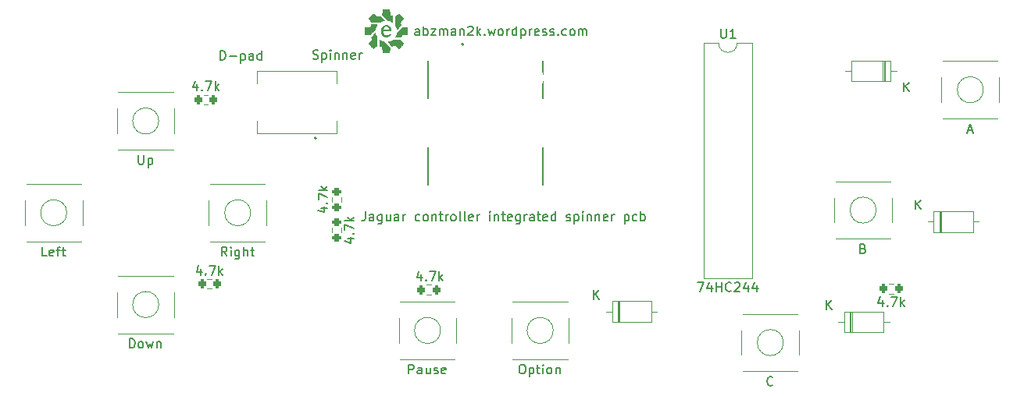
<source format=gto>
%TF.GenerationSoftware,KiCad,Pcbnew,(6.0.0)*%
%TF.CreationDate,2022-03-13T17:57:59-04:00*%
%TF.ProjectId,jaguar spinner integrated pcb,6a616775-6172-4207-9370-696e6e657220,rev?*%
%TF.SameCoordinates,Original*%
%TF.FileFunction,Legend,Top*%
%TF.FilePolarity,Positive*%
%FSLAX46Y46*%
G04 Gerber Fmt 4.6, Leading zero omitted, Abs format (unit mm)*
G04 Created by KiCad (PCBNEW (6.0.0)) date 2022-03-13 17:57:59*
%MOMM*%
%LPD*%
G01*
G04 APERTURE LIST*
G04 Aperture macros list*
%AMRoundRect*
0 Rectangle with rounded corners*
0 $1 Rounding radius*
0 $2 $3 $4 $5 $6 $7 $8 $9 X,Y pos of 4 corners*
0 Add a 4 corners polygon primitive as box body*
4,1,4,$2,$3,$4,$5,$6,$7,$8,$9,$2,$3,0*
0 Add four circle primitives for the rounded corners*
1,1,$1+$1,$2,$3*
1,1,$1+$1,$4,$5*
1,1,$1+$1,$6,$7*
1,1,$1+$1,$8,$9*
0 Add four rect primitives between the rounded corners*
20,1,$1+$1,$2,$3,$4,$5,0*
20,1,$1+$1,$4,$5,$6,$7,0*
20,1,$1+$1,$6,$7,$8,$9,0*
20,1,$1+$1,$8,$9,$2,$3,0*%
G04 Aperture macros list end*
%ADD10C,0.150000*%
%ADD11C,0.120000*%
%ADD12C,0.200000*%
%ADD13C,0.100000*%
%ADD14C,1.700000*%
%ADD15C,3.200000*%
%ADD16R,1.600000X1.600000*%
%ADD17O,1.600000X1.600000*%
%ADD18RoundRect,0.200000X-0.200000X-0.275000X0.200000X-0.275000X0.200000X0.275000X-0.200000X0.275000X0*%
%ADD19C,1.650000*%
%ADD20C,4.800000*%
%ADD21RoundRect,0.200000X0.200000X0.275000X-0.200000X0.275000X-0.200000X-0.275000X0.200000X-0.275000X0*%
%ADD22RoundRect,0.200000X-0.275000X0.200000X-0.275000X-0.200000X0.275000X-0.200000X0.275000X0.200000X0*%
%ADD23RoundRect,0.200000X0.275000X-0.200000X0.275000X0.200000X-0.275000X0.200000X-0.275000X-0.200000X0*%
%ADD24C,1.300000*%
%ADD25C,2.250000*%
%ADD26R,1.700000X1.700000*%
%ADD27O,1.700000X1.700000*%
G04 APERTURE END LIST*
D10*
X122242600Y-128570580D02*
X122242600Y-129284866D01*
X122194980Y-129427723D01*
X122099742Y-129522961D01*
X121956885Y-129570580D01*
X121861647Y-129570580D01*
X123147361Y-129570580D02*
X123147361Y-129046771D01*
X123099742Y-128951533D01*
X123004504Y-128903914D01*
X122814028Y-128903914D01*
X122718790Y-128951533D01*
X123147361Y-129522961D02*
X123052123Y-129570580D01*
X122814028Y-129570580D01*
X122718790Y-129522961D01*
X122671171Y-129427723D01*
X122671171Y-129332485D01*
X122718790Y-129237247D01*
X122814028Y-129189628D01*
X123052123Y-129189628D01*
X123147361Y-129142009D01*
X124052123Y-128903914D02*
X124052123Y-129713438D01*
X124004504Y-129808676D01*
X123956885Y-129856295D01*
X123861647Y-129903914D01*
X123718790Y-129903914D01*
X123623552Y-129856295D01*
X124052123Y-129522961D02*
X123956885Y-129570580D01*
X123766409Y-129570580D01*
X123671171Y-129522961D01*
X123623552Y-129475342D01*
X123575933Y-129380104D01*
X123575933Y-129094390D01*
X123623552Y-128999152D01*
X123671171Y-128951533D01*
X123766409Y-128903914D01*
X123956885Y-128903914D01*
X124052123Y-128951533D01*
X124956885Y-128903914D02*
X124956885Y-129570580D01*
X124528314Y-128903914D02*
X124528314Y-129427723D01*
X124575933Y-129522961D01*
X124671171Y-129570580D01*
X124814028Y-129570580D01*
X124909266Y-129522961D01*
X124956885Y-129475342D01*
X125861647Y-129570580D02*
X125861647Y-129046771D01*
X125814028Y-128951533D01*
X125718790Y-128903914D01*
X125528314Y-128903914D01*
X125433076Y-128951533D01*
X125861647Y-129522961D02*
X125766409Y-129570580D01*
X125528314Y-129570580D01*
X125433076Y-129522961D01*
X125385457Y-129427723D01*
X125385457Y-129332485D01*
X125433076Y-129237247D01*
X125528314Y-129189628D01*
X125766409Y-129189628D01*
X125861647Y-129142009D01*
X126337838Y-129570580D02*
X126337838Y-128903914D01*
X126337838Y-129094390D02*
X126385457Y-128999152D01*
X126433076Y-128951533D01*
X126528314Y-128903914D01*
X126623552Y-128903914D01*
X128147361Y-129522961D02*
X128052123Y-129570580D01*
X127861647Y-129570580D01*
X127766409Y-129522961D01*
X127718790Y-129475342D01*
X127671171Y-129380104D01*
X127671171Y-129094390D01*
X127718790Y-128999152D01*
X127766409Y-128951533D01*
X127861647Y-128903914D01*
X128052123Y-128903914D01*
X128147361Y-128951533D01*
X128718790Y-129570580D02*
X128623552Y-129522961D01*
X128575933Y-129475342D01*
X128528314Y-129380104D01*
X128528314Y-129094390D01*
X128575933Y-128999152D01*
X128623552Y-128951533D01*
X128718790Y-128903914D01*
X128861647Y-128903914D01*
X128956885Y-128951533D01*
X129004504Y-128999152D01*
X129052123Y-129094390D01*
X129052123Y-129380104D01*
X129004504Y-129475342D01*
X128956885Y-129522961D01*
X128861647Y-129570580D01*
X128718790Y-129570580D01*
X129480695Y-128903914D02*
X129480695Y-129570580D01*
X129480695Y-128999152D02*
X129528314Y-128951533D01*
X129623552Y-128903914D01*
X129766409Y-128903914D01*
X129861647Y-128951533D01*
X129909266Y-129046771D01*
X129909266Y-129570580D01*
X130242600Y-128903914D02*
X130623552Y-128903914D01*
X130385457Y-128570580D02*
X130385457Y-129427723D01*
X130433076Y-129522961D01*
X130528314Y-129570580D01*
X130623552Y-129570580D01*
X130956885Y-129570580D02*
X130956885Y-128903914D01*
X130956885Y-129094390D02*
X131004504Y-128999152D01*
X131052123Y-128951533D01*
X131147361Y-128903914D01*
X131242600Y-128903914D01*
X131718790Y-129570580D02*
X131623552Y-129522961D01*
X131575933Y-129475342D01*
X131528314Y-129380104D01*
X131528314Y-129094390D01*
X131575933Y-128999152D01*
X131623552Y-128951533D01*
X131718790Y-128903914D01*
X131861647Y-128903914D01*
X131956885Y-128951533D01*
X132004504Y-128999152D01*
X132052123Y-129094390D01*
X132052123Y-129380104D01*
X132004504Y-129475342D01*
X131956885Y-129522961D01*
X131861647Y-129570580D01*
X131718790Y-129570580D01*
X132623552Y-129570580D02*
X132528314Y-129522961D01*
X132480695Y-129427723D01*
X132480695Y-128570580D01*
X133147361Y-129570580D02*
X133052123Y-129522961D01*
X133004504Y-129427723D01*
X133004504Y-128570580D01*
X133909266Y-129522961D02*
X133814028Y-129570580D01*
X133623552Y-129570580D01*
X133528314Y-129522961D01*
X133480695Y-129427723D01*
X133480695Y-129046771D01*
X133528314Y-128951533D01*
X133623552Y-128903914D01*
X133814028Y-128903914D01*
X133909266Y-128951533D01*
X133956885Y-129046771D01*
X133956885Y-129142009D01*
X133480695Y-129237247D01*
X134385457Y-129570580D02*
X134385457Y-128903914D01*
X134385457Y-129094390D02*
X134433076Y-128999152D01*
X134480695Y-128951533D01*
X134575933Y-128903914D01*
X134671171Y-128903914D01*
X135766409Y-129570580D02*
X135766409Y-128903914D01*
X135766409Y-128570580D02*
X135718790Y-128618200D01*
X135766409Y-128665819D01*
X135814028Y-128618200D01*
X135766409Y-128570580D01*
X135766409Y-128665819D01*
X136242600Y-128903914D02*
X136242600Y-129570580D01*
X136242600Y-128999152D02*
X136290219Y-128951533D01*
X136385457Y-128903914D01*
X136528314Y-128903914D01*
X136623552Y-128951533D01*
X136671171Y-129046771D01*
X136671171Y-129570580D01*
X137004504Y-128903914D02*
X137385457Y-128903914D01*
X137147361Y-128570580D02*
X137147361Y-129427723D01*
X137194980Y-129522961D01*
X137290219Y-129570580D01*
X137385457Y-129570580D01*
X138099742Y-129522961D02*
X138004504Y-129570580D01*
X137814028Y-129570580D01*
X137718790Y-129522961D01*
X137671171Y-129427723D01*
X137671171Y-129046771D01*
X137718790Y-128951533D01*
X137814028Y-128903914D01*
X138004504Y-128903914D01*
X138099742Y-128951533D01*
X138147361Y-129046771D01*
X138147361Y-129142009D01*
X137671171Y-129237247D01*
X139004504Y-128903914D02*
X139004504Y-129713438D01*
X138956885Y-129808676D01*
X138909266Y-129856295D01*
X138814028Y-129903914D01*
X138671171Y-129903914D01*
X138575933Y-129856295D01*
X139004504Y-129522961D02*
X138909266Y-129570580D01*
X138718790Y-129570580D01*
X138623552Y-129522961D01*
X138575933Y-129475342D01*
X138528314Y-129380104D01*
X138528314Y-129094390D01*
X138575933Y-128999152D01*
X138623552Y-128951533D01*
X138718790Y-128903914D01*
X138909266Y-128903914D01*
X139004504Y-128951533D01*
X139480695Y-129570580D02*
X139480695Y-128903914D01*
X139480695Y-129094390D02*
X139528314Y-128999152D01*
X139575933Y-128951533D01*
X139671171Y-128903914D01*
X139766409Y-128903914D01*
X140528314Y-129570580D02*
X140528314Y-129046771D01*
X140480695Y-128951533D01*
X140385457Y-128903914D01*
X140194980Y-128903914D01*
X140099742Y-128951533D01*
X140528314Y-129522961D02*
X140433076Y-129570580D01*
X140194980Y-129570580D01*
X140099742Y-129522961D01*
X140052123Y-129427723D01*
X140052123Y-129332485D01*
X140099742Y-129237247D01*
X140194980Y-129189628D01*
X140433076Y-129189628D01*
X140528314Y-129142009D01*
X140861647Y-128903914D02*
X141242600Y-128903914D01*
X141004504Y-128570580D02*
X141004504Y-129427723D01*
X141052123Y-129522961D01*
X141147361Y-129570580D01*
X141242600Y-129570580D01*
X141956885Y-129522961D02*
X141861647Y-129570580D01*
X141671171Y-129570580D01*
X141575933Y-129522961D01*
X141528314Y-129427723D01*
X141528314Y-129046771D01*
X141575933Y-128951533D01*
X141671171Y-128903914D01*
X141861647Y-128903914D01*
X141956885Y-128951533D01*
X142004504Y-129046771D01*
X142004504Y-129142009D01*
X141528314Y-129237247D01*
X142861647Y-129570580D02*
X142861647Y-128570580D01*
X142861647Y-129522961D02*
X142766409Y-129570580D01*
X142575933Y-129570580D01*
X142480695Y-129522961D01*
X142433076Y-129475342D01*
X142385457Y-129380104D01*
X142385457Y-129094390D01*
X142433076Y-128999152D01*
X142480695Y-128951533D01*
X142575933Y-128903914D01*
X142766409Y-128903914D01*
X142861647Y-128951533D01*
X144052123Y-129522961D02*
X144147361Y-129570580D01*
X144337838Y-129570580D01*
X144433076Y-129522961D01*
X144480695Y-129427723D01*
X144480695Y-129380104D01*
X144433076Y-129284866D01*
X144337838Y-129237247D01*
X144194980Y-129237247D01*
X144099742Y-129189628D01*
X144052123Y-129094390D01*
X144052123Y-129046771D01*
X144099742Y-128951533D01*
X144194980Y-128903914D01*
X144337838Y-128903914D01*
X144433076Y-128951533D01*
X144909266Y-128903914D02*
X144909266Y-129903914D01*
X144909266Y-128951533D02*
X145004504Y-128903914D01*
X145194980Y-128903914D01*
X145290219Y-128951533D01*
X145337838Y-128999152D01*
X145385457Y-129094390D01*
X145385457Y-129380104D01*
X145337838Y-129475342D01*
X145290219Y-129522961D01*
X145194980Y-129570580D01*
X145004504Y-129570580D01*
X144909266Y-129522961D01*
X145814028Y-129570580D02*
X145814028Y-128903914D01*
X145814028Y-128570580D02*
X145766409Y-128618200D01*
X145814028Y-128665819D01*
X145861647Y-128618200D01*
X145814028Y-128570580D01*
X145814028Y-128665819D01*
X146290219Y-128903914D02*
X146290219Y-129570580D01*
X146290219Y-128999152D02*
X146337838Y-128951533D01*
X146433076Y-128903914D01*
X146575933Y-128903914D01*
X146671171Y-128951533D01*
X146718790Y-129046771D01*
X146718790Y-129570580D01*
X147194980Y-128903914D02*
X147194980Y-129570580D01*
X147194980Y-128999152D02*
X147242600Y-128951533D01*
X147337838Y-128903914D01*
X147480695Y-128903914D01*
X147575933Y-128951533D01*
X147623552Y-129046771D01*
X147623552Y-129570580D01*
X148480695Y-129522961D02*
X148385457Y-129570580D01*
X148194980Y-129570580D01*
X148099742Y-129522961D01*
X148052123Y-129427723D01*
X148052123Y-129046771D01*
X148099742Y-128951533D01*
X148194980Y-128903914D01*
X148385457Y-128903914D01*
X148480695Y-128951533D01*
X148528314Y-129046771D01*
X148528314Y-129142009D01*
X148052123Y-129237247D01*
X148956885Y-129570580D02*
X148956885Y-128903914D01*
X148956885Y-129094390D02*
X149004504Y-128999152D01*
X149052123Y-128951533D01*
X149147361Y-128903914D01*
X149242600Y-128903914D01*
X150337838Y-128903914D02*
X150337838Y-129903914D01*
X150337838Y-128951533D02*
X150433076Y-128903914D01*
X150623552Y-128903914D01*
X150718790Y-128951533D01*
X150766409Y-128999152D01*
X150814028Y-129094390D01*
X150814028Y-129380104D01*
X150766409Y-129475342D01*
X150718790Y-129522961D01*
X150623552Y-129570580D01*
X150433076Y-129570580D01*
X150337838Y-129522961D01*
X151671171Y-129522961D02*
X151575933Y-129570580D01*
X151385457Y-129570580D01*
X151290219Y-129522961D01*
X151242600Y-129475342D01*
X151194980Y-129380104D01*
X151194980Y-129094390D01*
X151242600Y-128999152D01*
X151290219Y-128951533D01*
X151385457Y-128903914D01*
X151575933Y-128903914D01*
X151671171Y-128951533D01*
X152099742Y-129570580D02*
X152099742Y-128570580D01*
X152099742Y-128951533D02*
X152194980Y-128903914D01*
X152385457Y-128903914D01*
X152480695Y-128951533D01*
X152528314Y-128999152D01*
X152575933Y-129094390D01*
X152575933Y-129380104D01*
X152528314Y-129475342D01*
X152480695Y-129522961D01*
X152385457Y-129570580D01*
X152194980Y-129570580D01*
X152099742Y-129522961D01*
X128080657Y-109428380D02*
X128080657Y-108904571D01*
X128033038Y-108809333D01*
X127937800Y-108761714D01*
X127747323Y-108761714D01*
X127652085Y-108809333D01*
X128080657Y-109380761D02*
X127985419Y-109428380D01*
X127747323Y-109428380D01*
X127652085Y-109380761D01*
X127604466Y-109285523D01*
X127604466Y-109190285D01*
X127652085Y-109095047D01*
X127747323Y-109047428D01*
X127985419Y-109047428D01*
X128080657Y-108999809D01*
X128556847Y-109428380D02*
X128556847Y-108428380D01*
X128556847Y-108809333D02*
X128652085Y-108761714D01*
X128842561Y-108761714D01*
X128937800Y-108809333D01*
X128985419Y-108856952D01*
X129033038Y-108952190D01*
X129033038Y-109237904D01*
X128985419Y-109333142D01*
X128937800Y-109380761D01*
X128842561Y-109428380D01*
X128652085Y-109428380D01*
X128556847Y-109380761D01*
X129366371Y-108761714D02*
X129890180Y-108761714D01*
X129366371Y-109428380D01*
X129890180Y-109428380D01*
X130271133Y-109428380D02*
X130271133Y-108761714D01*
X130271133Y-108856952D02*
X130318752Y-108809333D01*
X130413990Y-108761714D01*
X130556847Y-108761714D01*
X130652085Y-108809333D01*
X130699704Y-108904571D01*
X130699704Y-109428380D01*
X130699704Y-108904571D02*
X130747323Y-108809333D01*
X130842561Y-108761714D01*
X130985419Y-108761714D01*
X131080657Y-108809333D01*
X131128276Y-108904571D01*
X131128276Y-109428380D01*
X132033038Y-109428380D02*
X132033038Y-108904571D01*
X131985419Y-108809333D01*
X131890180Y-108761714D01*
X131699704Y-108761714D01*
X131604466Y-108809333D01*
X132033038Y-109380761D02*
X131937800Y-109428380D01*
X131699704Y-109428380D01*
X131604466Y-109380761D01*
X131556847Y-109285523D01*
X131556847Y-109190285D01*
X131604466Y-109095047D01*
X131699704Y-109047428D01*
X131937800Y-109047428D01*
X132033038Y-108999809D01*
X132509228Y-108761714D02*
X132509228Y-109428380D01*
X132509228Y-108856952D02*
X132556847Y-108809333D01*
X132652085Y-108761714D01*
X132794942Y-108761714D01*
X132890180Y-108809333D01*
X132937800Y-108904571D01*
X132937800Y-109428380D01*
X133366371Y-108523619D02*
X133413990Y-108476000D01*
X133509228Y-108428380D01*
X133747323Y-108428380D01*
X133842561Y-108476000D01*
X133890180Y-108523619D01*
X133937800Y-108618857D01*
X133937800Y-108714095D01*
X133890180Y-108856952D01*
X133318752Y-109428380D01*
X133937800Y-109428380D01*
X134366371Y-109428380D02*
X134366371Y-108428380D01*
X134461609Y-109047428D02*
X134747323Y-109428380D01*
X134747323Y-108761714D02*
X134366371Y-109142666D01*
X135175895Y-109333142D02*
X135223514Y-109380761D01*
X135175895Y-109428380D01*
X135128276Y-109380761D01*
X135175895Y-109333142D01*
X135175895Y-109428380D01*
X135556847Y-108761714D02*
X135747323Y-109428380D01*
X135937800Y-108952190D01*
X136128276Y-109428380D01*
X136318752Y-108761714D01*
X136842561Y-109428380D02*
X136747323Y-109380761D01*
X136699704Y-109333142D01*
X136652085Y-109237904D01*
X136652085Y-108952190D01*
X136699704Y-108856952D01*
X136747323Y-108809333D01*
X136842561Y-108761714D01*
X136985419Y-108761714D01*
X137080657Y-108809333D01*
X137128276Y-108856952D01*
X137175895Y-108952190D01*
X137175895Y-109237904D01*
X137128276Y-109333142D01*
X137080657Y-109380761D01*
X136985419Y-109428380D01*
X136842561Y-109428380D01*
X137604466Y-109428380D02*
X137604466Y-108761714D01*
X137604466Y-108952190D02*
X137652085Y-108856952D01*
X137699704Y-108809333D01*
X137794942Y-108761714D01*
X137890180Y-108761714D01*
X138652085Y-109428380D02*
X138652085Y-108428380D01*
X138652085Y-109380761D02*
X138556847Y-109428380D01*
X138366371Y-109428380D01*
X138271133Y-109380761D01*
X138223514Y-109333142D01*
X138175895Y-109237904D01*
X138175895Y-108952190D01*
X138223514Y-108856952D01*
X138271133Y-108809333D01*
X138366371Y-108761714D01*
X138556847Y-108761714D01*
X138652085Y-108809333D01*
X139128276Y-108761714D02*
X139128276Y-109761714D01*
X139128276Y-108809333D02*
X139223514Y-108761714D01*
X139413990Y-108761714D01*
X139509228Y-108809333D01*
X139556847Y-108856952D01*
X139604466Y-108952190D01*
X139604466Y-109237904D01*
X139556847Y-109333142D01*
X139509228Y-109380761D01*
X139413990Y-109428380D01*
X139223514Y-109428380D01*
X139128276Y-109380761D01*
X140033038Y-109428380D02*
X140033038Y-108761714D01*
X140033038Y-108952190D02*
X140080657Y-108856952D01*
X140128276Y-108809333D01*
X140223514Y-108761714D01*
X140318752Y-108761714D01*
X141033038Y-109380761D02*
X140937800Y-109428380D01*
X140747323Y-109428380D01*
X140652085Y-109380761D01*
X140604466Y-109285523D01*
X140604466Y-108904571D01*
X140652085Y-108809333D01*
X140747323Y-108761714D01*
X140937800Y-108761714D01*
X141033038Y-108809333D01*
X141080657Y-108904571D01*
X141080657Y-108999809D01*
X140604466Y-109095047D01*
X141461609Y-109380761D02*
X141556847Y-109428380D01*
X141747323Y-109428380D01*
X141842561Y-109380761D01*
X141890180Y-109285523D01*
X141890180Y-109237904D01*
X141842561Y-109142666D01*
X141747323Y-109095047D01*
X141604466Y-109095047D01*
X141509228Y-109047428D01*
X141461609Y-108952190D01*
X141461609Y-108904571D01*
X141509228Y-108809333D01*
X141604466Y-108761714D01*
X141747323Y-108761714D01*
X141842561Y-108809333D01*
X142271133Y-109380761D02*
X142366371Y-109428380D01*
X142556847Y-109428380D01*
X142652085Y-109380761D01*
X142699704Y-109285523D01*
X142699704Y-109237904D01*
X142652085Y-109142666D01*
X142556847Y-109095047D01*
X142413990Y-109095047D01*
X142318752Y-109047428D01*
X142271133Y-108952190D01*
X142271133Y-108904571D01*
X142318752Y-108809333D01*
X142413990Y-108761714D01*
X142556847Y-108761714D01*
X142652085Y-108809333D01*
X143128276Y-109333142D02*
X143175895Y-109380761D01*
X143128276Y-109428380D01*
X143080657Y-109380761D01*
X143128276Y-109333142D01*
X143128276Y-109428380D01*
X144033038Y-109380761D02*
X143937800Y-109428380D01*
X143747323Y-109428380D01*
X143652085Y-109380761D01*
X143604466Y-109333142D01*
X143556847Y-109237904D01*
X143556847Y-108952190D01*
X143604466Y-108856952D01*
X143652085Y-108809333D01*
X143747323Y-108761714D01*
X143937800Y-108761714D01*
X144033038Y-108809333D01*
X144604466Y-109428380D02*
X144509228Y-109380761D01*
X144461609Y-109333142D01*
X144413990Y-109237904D01*
X144413990Y-108952190D01*
X144461609Y-108856952D01*
X144509228Y-108809333D01*
X144604466Y-108761714D01*
X144747323Y-108761714D01*
X144842561Y-108809333D01*
X144890180Y-108856952D01*
X144937800Y-108952190D01*
X144937800Y-109237904D01*
X144890180Y-109333142D01*
X144842561Y-109380761D01*
X144747323Y-109428380D01*
X144604466Y-109428380D01*
X145366371Y-109428380D02*
X145366371Y-108761714D01*
X145366371Y-108856952D02*
X145413990Y-108809333D01*
X145509228Y-108761714D01*
X145652085Y-108761714D01*
X145747323Y-108809333D01*
X145794942Y-108904571D01*
X145794942Y-109428380D01*
X145794942Y-108904571D02*
X145842561Y-108809333D01*
X145937800Y-108761714D01*
X146080657Y-108761714D01*
X146175895Y-108809333D01*
X146223514Y-108904571D01*
X146223514Y-109428380D01*
X116557752Y-111961561D02*
X116700609Y-112009180D01*
X116938704Y-112009180D01*
X117033942Y-111961561D01*
X117081561Y-111913942D01*
X117129180Y-111818704D01*
X117129180Y-111723466D01*
X117081561Y-111628228D01*
X117033942Y-111580609D01*
X116938704Y-111532990D01*
X116748228Y-111485371D01*
X116652990Y-111437752D01*
X116605371Y-111390133D01*
X116557752Y-111294895D01*
X116557752Y-111199657D01*
X116605371Y-111104419D01*
X116652990Y-111056800D01*
X116748228Y-111009180D01*
X116986323Y-111009180D01*
X117129180Y-111056800D01*
X117557752Y-111342514D02*
X117557752Y-112342514D01*
X117557752Y-111390133D02*
X117652990Y-111342514D01*
X117843466Y-111342514D01*
X117938704Y-111390133D01*
X117986323Y-111437752D01*
X118033942Y-111532990D01*
X118033942Y-111818704D01*
X117986323Y-111913942D01*
X117938704Y-111961561D01*
X117843466Y-112009180D01*
X117652990Y-112009180D01*
X117557752Y-111961561D01*
X118462514Y-112009180D02*
X118462514Y-111342514D01*
X118462514Y-111009180D02*
X118414895Y-111056800D01*
X118462514Y-111104419D01*
X118510133Y-111056800D01*
X118462514Y-111009180D01*
X118462514Y-111104419D01*
X118938704Y-111342514D02*
X118938704Y-112009180D01*
X118938704Y-111437752D02*
X118986323Y-111390133D01*
X119081561Y-111342514D01*
X119224419Y-111342514D01*
X119319657Y-111390133D01*
X119367276Y-111485371D01*
X119367276Y-112009180D01*
X119843466Y-111342514D02*
X119843466Y-112009180D01*
X119843466Y-111437752D02*
X119891085Y-111390133D01*
X119986323Y-111342514D01*
X120129180Y-111342514D01*
X120224419Y-111390133D01*
X120272038Y-111485371D01*
X120272038Y-112009180D01*
X121129180Y-111961561D02*
X121033942Y-112009180D01*
X120843466Y-112009180D01*
X120748228Y-111961561D01*
X120700609Y-111866323D01*
X120700609Y-111485371D01*
X120748228Y-111390133D01*
X120843466Y-111342514D01*
X121033942Y-111342514D01*
X121129180Y-111390133D01*
X121176800Y-111485371D01*
X121176800Y-111580609D01*
X120700609Y-111675847D01*
X121605371Y-112009180D02*
X121605371Y-111342514D01*
X121605371Y-111532990D02*
X121652990Y-111437752D01*
X121700609Y-111390133D01*
X121795847Y-111342514D01*
X121891085Y-111342514D01*
X106524704Y-112110780D02*
X106524704Y-111110780D01*
X106762800Y-111110780D01*
X106905657Y-111158400D01*
X107000895Y-111253638D01*
X107048514Y-111348876D01*
X107096133Y-111539352D01*
X107096133Y-111682209D01*
X107048514Y-111872685D01*
X107000895Y-111967923D01*
X106905657Y-112063161D01*
X106762800Y-112110780D01*
X106524704Y-112110780D01*
X107524704Y-111729828D02*
X108286609Y-111729828D01*
X108762800Y-111444114D02*
X108762800Y-112444114D01*
X108762800Y-111491733D02*
X108858038Y-111444114D01*
X109048514Y-111444114D01*
X109143752Y-111491733D01*
X109191371Y-111539352D01*
X109238990Y-111634590D01*
X109238990Y-111920304D01*
X109191371Y-112015542D01*
X109143752Y-112063161D01*
X109048514Y-112110780D01*
X108858038Y-112110780D01*
X108762800Y-112063161D01*
X110096133Y-112110780D02*
X110096133Y-111586971D01*
X110048514Y-111491733D01*
X109953276Y-111444114D01*
X109762800Y-111444114D01*
X109667561Y-111491733D01*
X110096133Y-112063161D02*
X110000895Y-112110780D01*
X109762800Y-112110780D01*
X109667561Y-112063161D01*
X109619942Y-111967923D01*
X109619942Y-111872685D01*
X109667561Y-111777447D01*
X109762800Y-111729828D01*
X110000895Y-111729828D01*
X110096133Y-111682209D01*
X111000895Y-112110780D02*
X111000895Y-111110780D01*
X111000895Y-112063161D02*
X110905657Y-112110780D01*
X110715180Y-112110780D01*
X110619942Y-112063161D01*
X110572323Y-112015542D01*
X110524704Y-111920304D01*
X110524704Y-111634590D01*
X110572323Y-111539352D01*
X110619942Y-111491733D01*
X110715180Y-111444114D01*
X110905657Y-111444114D01*
X111000895Y-111491733D01*
%TO.C,SW5*%
X96699123Y-143371980D02*
X96699123Y-142371980D01*
X96937219Y-142371980D01*
X97080076Y-142419600D01*
X97175314Y-142514838D01*
X97222933Y-142610076D01*
X97270552Y-142800552D01*
X97270552Y-142943409D01*
X97222933Y-143133885D01*
X97175314Y-143229123D01*
X97080076Y-143324361D01*
X96937219Y-143371980D01*
X96699123Y-143371980D01*
X97841980Y-143371980D02*
X97746742Y-143324361D01*
X97699123Y-143276742D01*
X97651504Y-143181504D01*
X97651504Y-142895790D01*
X97699123Y-142800552D01*
X97746742Y-142752933D01*
X97841980Y-142705314D01*
X97984838Y-142705314D01*
X98080076Y-142752933D01*
X98127695Y-142800552D01*
X98175314Y-142895790D01*
X98175314Y-143181504D01*
X98127695Y-143276742D01*
X98080076Y-143324361D01*
X97984838Y-143371980D01*
X97841980Y-143371980D01*
X98508647Y-142705314D02*
X98699123Y-143371980D01*
X98889600Y-142895790D01*
X99080076Y-143371980D01*
X99270552Y-142705314D01*
X99651504Y-142705314D02*
X99651504Y-143371980D01*
X99651504Y-142800552D02*
X99699123Y-142752933D01*
X99794361Y-142705314D01*
X99937219Y-142705314D01*
X100032457Y-142752933D01*
X100080076Y-142848171D01*
X100080076Y-143371980D01*
%TO.C,SW7*%
X176221028Y-132588171D02*
X176363885Y-132635790D01*
X176411504Y-132683409D01*
X176459123Y-132778647D01*
X176459123Y-132921504D01*
X176411504Y-133016742D01*
X176363885Y-133064361D01*
X176268647Y-133111980D01*
X175887695Y-133111980D01*
X175887695Y-132111980D01*
X176221028Y-132111980D01*
X176316266Y-132159600D01*
X176363885Y-132207219D01*
X176411504Y-132302457D01*
X176411504Y-132397695D01*
X176363885Y-132492933D01*
X176316266Y-132540552D01*
X176221028Y-132588171D01*
X175887695Y-132588171D01*
%TO.C,D7*%
X172204095Y-139190580D02*
X172204095Y-138190580D01*
X172775523Y-139190580D02*
X172346952Y-138619152D01*
X172775523Y-138190580D02*
X172204095Y-138762009D01*
%TO.C,R1*%
X128306628Y-135421714D02*
X128306628Y-136088380D01*
X128068533Y-135040761D02*
X127830438Y-135755047D01*
X128449485Y-135755047D01*
X128830438Y-135993142D02*
X128878057Y-136040761D01*
X128830438Y-136088380D01*
X128782819Y-136040761D01*
X128830438Y-135993142D01*
X128830438Y-136088380D01*
X129211390Y-135088380D02*
X129878057Y-135088380D01*
X129449485Y-136088380D01*
X130259009Y-136088380D02*
X130259009Y-135088380D01*
X130354247Y-135707428D02*
X130639961Y-136088380D01*
X130639961Y-135421714D02*
X130259009Y-135802666D01*
%TO.C,SW9*%
X139173409Y-145181980D02*
X139363885Y-145181980D01*
X139459123Y-145229600D01*
X139554361Y-145324838D01*
X139601980Y-145515314D01*
X139601980Y-145848647D01*
X139554361Y-146039123D01*
X139459123Y-146134361D01*
X139363885Y-146181980D01*
X139173409Y-146181980D01*
X139078171Y-146134361D01*
X138982933Y-146039123D01*
X138935314Y-145848647D01*
X138935314Y-145515314D01*
X138982933Y-145324838D01*
X139078171Y-145229600D01*
X139173409Y-145181980D01*
X140030552Y-145515314D02*
X140030552Y-146515314D01*
X140030552Y-145562933D02*
X140125790Y-145515314D01*
X140316266Y-145515314D01*
X140411504Y-145562933D01*
X140459123Y-145610552D01*
X140506742Y-145705790D01*
X140506742Y-145991504D01*
X140459123Y-146086742D01*
X140411504Y-146134361D01*
X140316266Y-146181980D01*
X140125790Y-146181980D01*
X140030552Y-146134361D01*
X140792457Y-145515314D02*
X141173409Y-145515314D01*
X140935314Y-145181980D02*
X140935314Y-146039123D01*
X140982933Y-146134361D01*
X141078171Y-146181980D01*
X141173409Y-146181980D01*
X141506742Y-146181980D02*
X141506742Y-145515314D01*
X141506742Y-145181980D02*
X141459123Y-145229600D01*
X141506742Y-145277219D01*
X141554361Y-145229600D01*
X141506742Y-145181980D01*
X141506742Y-145277219D01*
X142125790Y-146181980D02*
X142030552Y-146134361D01*
X141982933Y-146086742D01*
X141935314Y-145991504D01*
X141935314Y-145705790D01*
X141982933Y-145610552D01*
X142030552Y-145562933D01*
X142125790Y-145515314D01*
X142268647Y-145515314D01*
X142363885Y-145562933D01*
X142411504Y-145610552D01*
X142459123Y-145705790D01*
X142459123Y-145991504D01*
X142411504Y-146086742D01*
X142363885Y-146134361D01*
X142268647Y-146181980D01*
X142125790Y-146181980D01*
X142887695Y-145515314D02*
X142887695Y-146181980D01*
X142887695Y-145610552D02*
X142935314Y-145562933D01*
X143030552Y-145515314D01*
X143173409Y-145515314D01*
X143268647Y-145562933D01*
X143316266Y-145658171D01*
X143316266Y-146181980D01*
%TO.C,R5*%
X104430628Y-134779114D02*
X104430628Y-135445780D01*
X104192533Y-134398161D02*
X103954438Y-135112447D01*
X104573485Y-135112447D01*
X104954438Y-135350542D02*
X105002057Y-135398161D01*
X104954438Y-135445780D01*
X104906819Y-135398161D01*
X104954438Y-135350542D01*
X104954438Y-135445780D01*
X105335390Y-134445780D02*
X106002057Y-134445780D01*
X105573485Y-135445780D01*
X106383009Y-135445780D02*
X106383009Y-134445780D01*
X106478247Y-135064828D02*
X106763961Y-135445780D01*
X106763961Y-134779114D02*
X106383009Y-135160066D01*
%TO.C,R2*%
X178319228Y-138172514D02*
X178319228Y-138839180D01*
X178081133Y-137791561D02*
X177843038Y-138505847D01*
X178462085Y-138505847D01*
X178843038Y-138743942D02*
X178890657Y-138791561D01*
X178843038Y-138839180D01*
X178795419Y-138791561D01*
X178843038Y-138743942D01*
X178843038Y-138839180D01*
X179223990Y-137839180D02*
X179890657Y-137839180D01*
X179462085Y-138839180D01*
X180271609Y-138839180D02*
X180271609Y-137839180D01*
X180366847Y-138458228D02*
X180652561Y-138839180D01*
X180652561Y-138172514D02*
X180271609Y-138553466D01*
%TO.C,R3*%
X117481714Y-128182571D02*
X118148380Y-128182571D01*
X117100761Y-128420666D02*
X117815047Y-128658761D01*
X117815047Y-128039714D01*
X118053142Y-127658761D02*
X118100761Y-127611142D01*
X118148380Y-127658761D01*
X118100761Y-127706380D01*
X118053142Y-127658761D01*
X118148380Y-127658761D01*
X117148380Y-127277809D02*
X117148380Y-126611142D01*
X118148380Y-127039714D01*
X118148380Y-126230190D02*
X117148380Y-126230190D01*
X117767428Y-126134952D02*
X118148380Y-125849238D01*
X117481714Y-125849238D02*
X117862666Y-126230190D01*
%TO.C,U1*%
X160792095Y-108734980D02*
X160792095Y-109544504D01*
X160839714Y-109639742D01*
X160887333Y-109687361D01*
X160982571Y-109734980D01*
X161173047Y-109734980D01*
X161268285Y-109687361D01*
X161315904Y-109639742D01*
X161363523Y-109544504D01*
X161363523Y-108734980D01*
X162363523Y-109734980D02*
X161792095Y-109734980D01*
X162077809Y-109734980D02*
X162077809Y-108734980D01*
X161982571Y-108877838D01*
X161887333Y-108973076D01*
X161792095Y-109020695D01*
X158292095Y-136254980D02*
X158958761Y-136254980D01*
X158530190Y-137254980D01*
X159768285Y-136588314D02*
X159768285Y-137254980D01*
X159530190Y-136207361D02*
X159292095Y-136921647D01*
X159911142Y-136921647D01*
X160292095Y-137254980D02*
X160292095Y-136254980D01*
X160292095Y-136731171D02*
X160863523Y-136731171D01*
X160863523Y-137254980D02*
X160863523Y-136254980D01*
X161911142Y-137159742D02*
X161863523Y-137207361D01*
X161720666Y-137254980D01*
X161625428Y-137254980D01*
X161482571Y-137207361D01*
X161387333Y-137112123D01*
X161339714Y-137016885D01*
X161292095Y-136826409D01*
X161292095Y-136683552D01*
X161339714Y-136493076D01*
X161387333Y-136397838D01*
X161482571Y-136302600D01*
X161625428Y-136254980D01*
X161720666Y-136254980D01*
X161863523Y-136302600D01*
X161911142Y-136350219D01*
X162292095Y-136350219D02*
X162339714Y-136302600D01*
X162434952Y-136254980D01*
X162673047Y-136254980D01*
X162768285Y-136302600D01*
X162815904Y-136350219D01*
X162863523Y-136445457D01*
X162863523Y-136540695D01*
X162815904Y-136683552D01*
X162244476Y-137254980D01*
X162863523Y-137254980D01*
X163720666Y-136588314D02*
X163720666Y-137254980D01*
X163482571Y-136207361D02*
X163244476Y-136921647D01*
X163863523Y-136921647D01*
X164673047Y-136588314D02*
X164673047Y-137254980D01*
X164434952Y-136207361D02*
X164196857Y-136921647D01*
X164815904Y-136921647D01*
%TO.C,SW4*%
X87729123Y-133401980D02*
X87252933Y-133401980D01*
X87252933Y-132401980D01*
X88443409Y-133354361D02*
X88348171Y-133401980D01*
X88157695Y-133401980D01*
X88062457Y-133354361D01*
X88014838Y-133259123D01*
X88014838Y-132878171D01*
X88062457Y-132782933D01*
X88157695Y-132735314D01*
X88348171Y-132735314D01*
X88443409Y-132782933D01*
X88491028Y-132878171D01*
X88491028Y-132973409D01*
X88014838Y-133068647D01*
X88776742Y-132735314D02*
X89157695Y-132735314D01*
X88919600Y-133401980D02*
X88919600Y-132544838D01*
X88967219Y-132449600D01*
X89062457Y-132401980D01*
X89157695Y-132401980D01*
X89348171Y-132735314D02*
X89729123Y-132735314D01*
X89491028Y-132401980D02*
X89491028Y-133259123D01*
X89538647Y-133354361D01*
X89633885Y-133401980D01*
X89729123Y-133401980D01*
%TO.C,D8*%
X147032695Y-138072980D02*
X147032695Y-137072980D01*
X147604123Y-138072980D02*
X147175552Y-137501552D01*
X147604123Y-137072980D02*
X147032695Y-137644409D01*
%TO.C,SW1*%
X126939600Y-146181980D02*
X126939600Y-145181980D01*
X127320552Y-145181980D01*
X127415790Y-145229600D01*
X127463409Y-145277219D01*
X127511028Y-145372457D01*
X127511028Y-145515314D01*
X127463409Y-145610552D01*
X127415790Y-145658171D01*
X127320552Y-145705790D01*
X126939600Y-145705790D01*
X128368171Y-146181980D02*
X128368171Y-145658171D01*
X128320552Y-145562933D01*
X128225314Y-145515314D01*
X128034838Y-145515314D01*
X127939600Y-145562933D01*
X128368171Y-146134361D02*
X128272933Y-146181980D01*
X128034838Y-146181980D01*
X127939600Y-146134361D01*
X127891980Y-146039123D01*
X127891980Y-145943885D01*
X127939600Y-145848647D01*
X128034838Y-145801028D01*
X128272933Y-145801028D01*
X128368171Y-145753409D01*
X129272933Y-145515314D02*
X129272933Y-146181980D01*
X128844361Y-145515314D02*
X128844361Y-146039123D01*
X128891980Y-146134361D01*
X128987219Y-146181980D01*
X129130076Y-146181980D01*
X129225314Y-146134361D01*
X129272933Y-146086742D01*
X129701504Y-146134361D02*
X129796742Y-146181980D01*
X129987219Y-146181980D01*
X130082457Y-146134361D01*
X130130076Y-146039123D01*
X130130076Y-145991504D01*
X130082457Y-145896266D01*
X129987219Y-145848647D01*
X129844361Y-145848647D01*
X129749123Y-145801028D01*
X129701504Y-145705790D01*
X129701504Y-145658171D01*
X129749123Y-145562933D01*
X129844361Y-145515314D01*
X129987219Y-145515314D01*
X130082457Y-145562933D01*
X130939600Y-146134361D02*
X130844361Y-146181980D01*
X130653885Y-146181980D01*
X130558647Y-146134361D01*
X130511028Y-146039123D01*
X130511028Y-145658171D01*
X130558647Y-145562933D01*
X130653885Y-145515314D01*
X130844361Y-145515314D01*
X130939600Y-145562933D01*
X130987219Y-145658171D01*
X130987219Y-145753409D01*
X130511028Y-145848647D01*
%TO.C,SW6*%
X97651504Y-122431980D02*
X97651504Y-123241504D01*
X97699123Y-123336742D01*
X97746742Y-123384361D01*
X97841980Y-123431980D01*
X98032457Y-123431980D01*
X98127695Y-123384361D01*
X98175314Y-123336742D01*
X98222933Y-123241504D01*
X98222933Y-122431980D01*
X98699123Y-122765314D02*
X98699123Y-123765314D01*
X98699123Y-122812933D02*
X98794361Y-122765314D01*
X98984838Y-122765314D01*
X99080076Y-122812933D01*
X99127695Y-122860552D01*
X99175314Y-122955790D01*
X99175314Y-123241504D01*
X99127695Y-123336742D01*
X99080076Y-123384361D01*
X98984838Y-123431980D01*
X98794361Y-123431980D01*
X98699123Y-123384361D01*
%TO.C,SW8*%
X166409123Y-147406742D02*
X166361504Y-147454361D01*
X166218647Y-147501980D01*
X166123409Y-147501980D01*
X165980552Y-147454361D01*
X165885314Y-147359123D01*
X165837695Y-147263885D01*
X165790076Y-147073409D01*
X165790076Y-146930552D01*
X165837695Y-146740076D01*
X165885314Y-146644838D01*
X165980552Y-146549600D01*
X166123409Y-146501980D01*
X166218647Y-146501980D01*
X166361504Y-146549600D01*
X166409123Y-146597219D01*
%TO.C,SW3*%
X107240552Y-133401980D02*
X106907219Y-132925790D01*
X106669123Y-133401980D02*
X106669123Y-132401980D01*
X107050076Y-132401980D01*
X107145314Y-132449600D01*
X107192933Y-132497219D01*
X107240552Y-132592457D01*
X107240552Y-132735314D01*
X107192933Y-132830552D01*
X107145314Y-132878171D01*
X107050076Y-132925790D01*
X106669123Y-132925790D01*
X107669123Y-133401980D02*
X107669123Y-132735314D01*
X107669123Y-132401980D02*
X107621504Y-132449600D01*
X107669123Y-132497219D01*
X107716742Y-132449600D01*
X107669123Y-132401980D01*
X107669123Y-132497219D01*
X108573885Y-132735314D02*
X108573885Y-133544838D01*
X108526266Y-133640076D01*
X108478647Y-133687695D01*
X108383409Y-133735314D01*
X108240552Y-133735314D01*
X108145314Y-133687695D01*
X108573885Y-133354361D02*
X108478647Y-133401980D01*
X108288171Y-133401980D01*
X108192933Y-133354361D01*
X108145314Y-133306742D01*
X108097695Y-133211504D01*
X108097695Y-132925790D01*
X108145314Y-132830552D01*
X108192933Y-132782933D01*
X108288171Y-132735314D01*
X108478647Y-132735314D01*
X108573885Y-132782933D01*
X109050076Y-133401980D02*
X109050076Y-132401980D01*
X109478647Y-133401980D02*
X109478647Y-132878171D01*
X109431028Y-132782933D01*
X109335790Y-132735314D01*
X109192933Y-132735314D01*
X109097695Y-132782933D01*
X109050076Y-132830552D01*
X109811980Y-132735314D02*
X110192933Y-132735314D01*
X109954838Y-132401980D02*
X109954838Y-133259123D01*
X110002457Y-133354361D01*
X110097695Y-133401980D01*
X110192933Y-133401980D01*
%TO.C,D6*%
X181906895Y-128319380D02*
X181906895Y-127319380D01*
X182478323Y-128319380D02*
X182049752Y-127747952D01*
X182478323Y-127319380D02*
X181906895Y-127890809D01*
%TO.C,R4*%
X120341714Y-131509971D02*
X121008380Y-131509971D01*
X119960761Y-131748066D02*
X120675047Y-131986161D01*
X120675047Y-131367114D01*
X120913142Y-130986161D02*
X120960761Y-130938542D01*
X121008380Y-130986161D01*
X120960761Y-131033780D01*
X120913142Y-130986161D01*
X121008380Y-130986161D01*
X120008380Y-130605209D02*
X120008380Y-129938542D01*
X121008380Y-130367114D01*
X121008380Y-129557590D02*
X120008380Y-129557590D01*
X120627428Y-129462352D02*
X121008380Y-129176638D01*
X120341714Y-129176638D02*
X120722666Y-129557590D01*
%TO.C,SW2*%
X187541504Y-119756266D02*
X188017695Y-119756266D01*
X187446266Y-120041980D02*
X187779600Y-119041980D01*
X188112933Y-120041980D01*
%TO.C,D3*%
X180611495Y-115536380D02*
X180611495Y-114536380D01*
X181182923Y-115536380D02*
X180754352Y-114964952D01*
X181182923Y-114536380D02*
X180611495Y-115107809D01*
%TO.C,R6*%
X104024228Y-114763914D02*
X104024228Y-115430580D01*
X103786133Y-114382961D02*
X103548038Y-115097247D01*
X104167085Y-115097247D01*
X104548038Y-115335342D02*
X104595657Y-115382961D01*
X104548038Y-115430580D01*
X104500419Y-115382961D01*
X104548038Y-115335342D01*
X104548038Y-115430580D01*
X104928990Y-114430580D02*
X105595657Y-114430580D01*
X105167085Y-115430580D01*
X105976609Y-115430580D02*
X105976609Y-114430580D01*
X106071847Y-115049628D02*
X106357561Y-115430580D01*
X106357561Y-114763914D02*
X105976609Y-115144866D01*
D11*
%TO.C,SW5*%
X101559600Y-137329600D02*
X101559600Y-140009600D01*
X95469600Y-141789600D02*
X101409600Y-141789600D01*
X95469600Y-135549600D02*
X101409600Y-135549600D01*
X95319600Y-140009600D02*
X95319600Y-137329600D01*
X99853814Y-138669600D02*
G75*
G03*
X99853814Y-138669600I-1414214J0D01*
G01*
%TO.C,SW7*%
X179319600Y-127069600D02*
X179319600Y-129749600D01*
X173229600Y-131529600D02*
X179169600Y-131529600D01*
X173229600Y-125289600D02*
X179169600Y-125289600D01*
X173079600Y-129749600D02*
X173079600Y-127069600D01*
X177613814Y-128409600D02*
G75*
G03*
X177613814Y-128409600I-1414214J0D01*
G01*
%TO.C,D7*%
X174876000Y-139418200D02*
X174876000Y-141658200D01*
X179046000Y-140538200D02*
X178396000Y-140538200D01*
X178396000Y-139418200D02*
X174156000Y-139418200D01*
X174756000Y-139418200D02*
X174756000Y-141658200D01*
X174996000Y-139418200D02*
X174996000Y-141658200D01*
X174156000Y-141658200D02*
X178396000Y-141658200D01*
X174156000Y-139418200D02*
X174156000Y-141658200D01*
X173506000Y-140538200D02*
X174156000Y-140538200D01*
X178396000Y-141658200D02*
X178396000Y-139418200D01*
%TO.C,R1*%
X128870942Y-136535900D02*
X129345458Y-136535900D01*
X128870942Y-137580900D02*
X129345458Y-137580900D01*
%TO.C,SW9*%
X138229600Y-144599600D02*
X144169600Y-144599600D01*
X144319600Y-140139600D02*
X144319600Y-142819600D01*
X138229600Y-138359600D02*
X144169600Y-138359600D01*
X138079600Y-142819600D02*
X138079600Y-140139600D01*
X142613814Y-141479600D02*
G75*
G03*
X142613814Y-141479600I-1414214J0D01*
G01*
D12*
%TO.C,VR1*%
X141455000Y-112222800D02*
X141455000Y-116222800D01*
X129055000Y-112222800D02*
X129055000Y-116222800D01*
X129055000Y-125622800D02*
X129055000Y-121622800D01*
X141455000Y-125622800D02*
X141455000Y-121622800D01*
X132906000Y-110404800D02*
G75*
G03*
X132906000Y-110404800I-115000J0D01*
G01*
D11*
%TO.C,R5*%
X105596458Y-136945900D02*
X105121942Y-136945900D01*
X105596458Y-135900900D02*
X105121942Y-135900900D01*
%TO.C,R2*%
X179010542Y-136434300D02*
X179485058Y-136434300D01*
X179010542Y-137479300D02*
X179485058Y-137479300D01*
%TO.C,R3*%
X119648500Y-127016742D02*
X119648500Y-127491258D01*
X118603500Y-127016742D02*
X118603500Y-127491258D01*
%TO.C,U1*%
X158904000Y-110282600D02*
X158904000Y-135802600D01*
X158904000Y-135802600D02*
X164204000Y-135802600D01*
X164204000Y-110282600D02*
X162554000Y-110282600D01*
X164204000Y-135802600D02*
X164204000Y-110282600D01*
X160554000Y-110282600D02*
X158904000Y-110282600D01*
X160554000Y-110282600D02*
G75*
G03*
X162554000Y-110282600I1000000J0D01*
G01*
%TO.C,SW4*%
X85499600Y-131819600D02*
X91439600Y-131819600D01*
X91589600Y-127359600D02*
X91589600Y-130039600D01*
X85499600Y-125579600D02*
X91439600Y-125579600D01*
X85349600Y-130039600D02*
X85349600Y-127359600D01*
X89883814Y-128699600D02*
G75*
G03*
X89883814Y-128699600I-1414214J0D01*
G01*
%TO.C,D8*%
X149704600Y-138300600D02*
X149704600Y-140540600D01*
X148984600Y-140540600D02*
X153224600Y-140540600D01*
X149824600Y-138300600D02*
X149824600Y-140540600D01*
X153224600Y-138300600D02*
X148984600Y-138300600D01*
X153874600Y-139420600D02*
X153224600Y-139420600D01*
X148984600Y-138300600D02*
X148984600Y-140540600D01*
X148334600Y-139420600D02*
X148984600Y-139420600D01*
X149584600Y-138300600D02*
X149584600Y-140540600D01*
X153224600Y-140540600D02*
X153224600Y-138300600D01*
%TO.C,SW1*%
X132109600Y-140139600D02*
X132109600Y-142819600D01*
X126019600Y-144599600D02*
X131959600Y-144599600D01*
X126019600Y-138359600D02*
X131959600Y-138359600D01*
X125869600Y-142819600D02*
X125869600Y-140139600D01*
X130403814Y-141479600D02*
G75*
G03*
X130403814Y-141479600I-1414214J0D01*
G01*
%TO.C,SW6*%
X95469600Y-121849600D02*
X101409600Y-121849600D01*
X95319600Y-120069600D02*
X95319600Y-117389600D01*
X95469600Y-115609600D02*
X101409600Y-115609600D01*
X101559600Y-117389600D02*
X101559600Y-120069600D01*
X99853814Y-118729600D02*
G75*
G03*
X99853814Y-118729600I-1414214J0D01*
G01*
%TO.C,SW8*%
X163029600Y-144139600D02*
X163029600Y-141459600D01*
X163179600Y-145919600D02*
X169119600Y-145919600D01*
X163179600Y-139679600D02*
X169119600Y-139679600D01*
X169269600Y-141459600D02*
X169269600Y-144139600D01*
X167563814Y-142799600D02*
G75*
G03*
X167563814Y-142799600I-1414214J0D01*
G01*
%TO.C,SW3*%
X105439600Y-125579600D02*
X111379600Y-125579600D01*
X105439600Y-131819600D02*
X111379600Y-131819600D01*
X111529600Y-127359600D02*
X111529600Y-130039600D01*
X105289600Y-130039600D02*
X105289600Y-127359600D01*
X109823814Y-128699600D02*
G75*
G03*
X109823814Y-128699600I-1414214J0D01*
G01*
%TO.C,D6*%
X188098800Y-128547000D02*
X183858800Y-128547000D01*
X183858800Y-128547000D02*
X183858800Y-130787000D01*
X183858800Y-130787000D02*
X188098800Y-130787000D01*
X183208800Y-129667000D02*
X183858800Y-129667000D01*
X188098800Y-130787000D02*
X188098800Y-128547000D01*
X184578800Y-128547000D02*
X184578800Y-130787000D01*
X188748800Y-129667000D02*
X188098800Y-129667000D01*
X184458800Y-128547000D02*
X184458800Y-130787000D01*
X184698800Y-128547000D02*
X184698800Y-130787000D01*
%TO.C,R4*%
X118603500Y-130818658D02*
X118603500Y-130344142D01*
X119648500Y-130818658D02*
X119648500Y-130344142D01*
%TO.C,G\u002A\u002A\u002A*%
G36*
X126172586Y-107328344D02*
G01*
X126238612Y-107394691D01*
X126296850Y-107453914D01*
X126346559Y-107505228D01*
X126386998Y-107547850D01*
X126417426Y-107580993D01*
X126437101Y-107603875D01*
X126445281Y-107615709D01*
X126445357Y-107617026D01*
X126437759Y-107626655D01*
X126421229Y-107647371D01*
X126397723Y-107676735D01*
X126369199Y-107712313D01*
X126337613Y-107751668D01*
X126304923Y-107792363D01*
X126273085Y-107831962D01*
X126244057Y-107868029D01*
X126219795Y-107898128D01*
X126202256Y-107919821D01*
X126193963Y-107929995D01*
X126182405Y-107944179D01*
X126163196Y-107967974D01*
X126139522Y-107997426D01*
X126125503Y-108014917D01*
X126071434Y-108082447D01*
X126117928Y-108175481D01*
X126137511Y-108215476D01*
X126155217Y-108253103D01*
X126168941Y-108283804D01*
X126176010Y-108301341D01*
X126187597Y-108334166D01*
X125936238Y-108585637D01*
X125881843Y-108639923D01*
X125831223Y-108690185D01*
X125785696Y-108735133D01*
X125746581Y-108773478D01*
X125715193Y-108803931D01*
X125692852Y-108825202D01*
X125680874Y-108836003D01*
X125679241Y-108837108D01*
X125671718Y-108830224D01*
X125668334Y-108823376D01*
X125663958Y-108803365D01*
X125663065Y-108790288D01*
X125660387Y-108768138D01*
X125653134Y-108733975D01*
X125642475Y-108692170D01*
X125629581Y-108647092D01*
X125615620Y-108603113D01*
X125604729Y-108572343D01*
X125574299Y-108498207D01*
X125540724Y-108431571D01*
X125501188Y-108365904D01*
X125463407Y-108307038D01*
X125463407Y-107397895D01*
X125492047Y-107373123D01*
X125517312Y-107351779D01*
X125546046Y-107328197D01*
X125554983Y-107321018D01*
X125571858Y-107307504D01*
X125599717Y-107285119D01*
X125636034Y-107255896D01*
X125678281Y-107221870D01*
X125723933Y-107185073D01*
X125741098Y-107171230D01*
X125892917Y-107048774D01*
X126172586Y-107328344D01*
G37*
G36*
X125655251Y-109913937D02*
G01*
X126101445Y-109914347D01*
X126140509Y-109963643D01*
X126162161Y-109990886D01*
X126181367Y-110014910D01*
X126193963Y-110030508D01*
X126205077Y-110044210D01*
X126224348Y-110068100D01*
X126249840Y-110099769D01*
X126279618Y-110136806D01*
X126311747Y-110176801D01*
X126344293Y-110217344D01*
X126375321Y-110256025D01*
X126402896Y-110290434D01*
X126425083Y-110318160D01*
X126439946Y-110336794D01*
X126445357Y-110343656D01*
X126440964Y-110351835D01*
X126424843Y-110371309D01*
X126397734Y-110401294D01*
X126360379Y-110441004D01*
X126313520Y-110489655D01*
X126257897Y-110546463D01*
X126194253Y-110610643D01*
X126172586Y-110632337D01*
X125892917Y-110911908D01*
X125741098Y-110789599D01*
X125696122Y-110753347D01*
X125654853Y-110720046D01*
X125619506Y-110691486D01*
X125592294Y-110669456D01*
X125575431Y-110655745D01*
X125571886Y-110652832D01*
X125557708Y-110641249D01*
X125533912Y-110622016D01*
X125504448Y-110598318D01*
X125486847Y-110584208D01*
X125419200Y-110530045D01*
X125343644Y-110568326D01*
X125303714Y-110588184D01*
X125262780Y-110607928D01*
X125227801Y-110624220D01*
X125218020Y-110628591D01*
X125167951Y-110650575D01*
X124911207Y-110394269D01*
X124856477Y-110339448D01*
X124805922Y-110288451D01*
X124760795Y-110242568D01*
X124722346Y-110203090D01*
X124691830Y-110171304D01*
X124670497Y-110148503D01*
X124659602Y-110135976D01*
X124658469Y-110133957D01*
X124668487Y-110130624D01*
X124690711Y-110125860D01*
X124717879Y-110121102D01*
X124847193Y-110091751D01*
X124974378Y-110045530D01*
X125098233Y-109982905D01*
X125143085Y-109955601D01*
X125209058Y-109913526D01*
X125655251Y-109913937D01*
G37*
G36*
X123369535Y-109122527D02*
G01*
X123374614Y-109141466D01*
X123375658Y-109147446D01*
X123403790Y-109279415D01*
X123445431Y-109405660D01*
X123499455Y-109523138D01*
X123541390Y-109594462D01*
X123579675Y-109653644D01*
X123579675Y-110562787D01*
X123551034Y-110587558D01*
X123525752Y-110608902D01*
X123497004Y-110632459D01*
X123488098Y-110639595D01*
X123470901Y-110653331D01*
X123442825Y-110675827D01*
X123406517Y-110704961D01*
X123364624Y-110738607D01*
X123319793Y-110774643D01*
X123310570Y-110782060D01*
X123267503Y-110816679D01*
X123228748Y-110847793D01*
X123196445Y-110873690D01*
X123172729Y-110892657D01*
X123159739Y-110902981D01*
X123158226Y-110904157D01*
X123150047Y-110899764D01*
X123130572Y-110883643D01*
X123100588Y-110856534D01*
X123060878Y-110819179D01*
X123012226Y-110772320D01*
X122955418Y-110716697D01*
X122891238Y-110653053D01*
X122869544Y-110631386D01*
X122589974Y-110351717D01*
X122712282Y-110199898D01*
X122748535Y-110154922D01*
X122781836Y-110113653D01*
X122810396Y-110078306D01*
X122832426Y-110051094D01*
X122846136Y-110034231D01*
X122849050Y-110030686D01*
X122860633Y-110016508D01*
X122879866Y-109992712D01*
X122903563Y-109963248D01*
X122917673Y-109945647D01*
X122971837Y-109878000D01*
X122933555Y-109802444D01*
X122913561Y-109762217D01*
X122893556Y-109720696D01*
X122876946Y-109684989D01*
X122872564Y-109675176D01*
X122849853Y-109623463D01*
X123104029Y-109369178D01*
X123158754Y-109314573D01*
X123209731Y-109263987D01*
X123255645Y-109218702D01*
X123295185Y-109179999D01*
X123327036Y-109149163D01*
X123349887Y-109127474D01*
X123362424Y-109116216D01*
X123364377Y-109114893D01*
X123369535Y-109122527D01*
G37*
G36*
X126345343Y-108528576D02*
G01*
X126375168Y-108531882D01*
X126416341Y-108536542D01*
X126462970Y-108541885D01*
X126500762Y-108546261D01*
X126554468Y-108552358D01*
X126614255Y-108558902D01*
X126671169Y-108564922D01*
X126700420Y-108567900D01*
X126743085Y-108572287D01*
X126782718Y-108576603D01*
X126814067Y-108580265D01*
X126828461Y-108582152D01*
X126861014Y-108586891D01*
X126861014Y-109373791D01*
X126828461Y-109378529D01*
X126806230Y-109381364D01*
X126771968Y-109385266D01*
X126730927Y-109389654D01*
X126700420Y-109392757D01*
X126648512Y-109398149D01*
X126588864Y-109404705D01*
X126530953Y-109411369D01*
X126505102Y-109414475D01*
X126455043Y-109420273D01*
X126401569Y-109425928D01*
X126352604Y-109430622D01*
X126328562Y-109432648D01*
X126292611Y-109436436D01*
X126265459Y-109441262D01*
X126250736Y-109446413D01*
X126249183Y-109448188D01*
X126239436Y-109480643D01*
X126225743Y-109522966D01*
X126210254Y-109568770D01*
X126195117Y-109611666D01*
X126185356Y-109637911D01*
X126162803Y-109696506D01*
X125800084Y-109696506D01*
X125722627Y-109696415D01*
X125650825Y-109696156D01*
X125586478Y-109695748D01*
X125531383Y-109695211D01*
X125487337Y-109694563D01*
X125456140Y-109693825D01*
X125439587Y-109693016D01*
X125437364Y-109692582D01*
X125441986Y-109684113D01*
X125454232Y-109665212D01*
X125471674Y-109639602D01*
X125475942Y-109633471D01*
X125522105Y-109560605D01*
X125565066Y-109480100D01*
X125600220Y-109400711D01*
X125604945Y-109388338D01*
X125618514Y-109349143D01*
X125632079Y-109305289D01*
X125644474Y-109261114D01*
X125654537Y-109220955D01*
X125661103Y-109189149D01*
X125663065Y-109171809D01*
X125669201Y-109160983D01*
X125687643Y-109138569D01*
X125718442Y-109104513D01*
X125761650Y-109058761D01*
X125817318Y-109001258D01*
X125885498Y-108931950D01*
X125966241Y-108850783D01*
X125978579Y-108838442D01*
X126294094Y-108523016D01*
X126345343Y-108528576D01*
G37*
G36*
X123203239Y-107090436D02*
G01*
X123224945Y-107107380D01*
X123257124Y-107132852D01*
X123296837Y-107164493D01*
X123341147Y-107199943D01*
X123387115Y-107236845D01*
X123431803Y-107272837D01*
X123472274Y-107305561D01*
X123505589Y-107332657D01*
X123528809Y-107351766D01*
X123531860Y-107354318D01*
X123548577Y-107367992D01*
X123572450Y-107387099D01*
X123588081Y-107399454D01*
X123626870Y-107429942D01*
X123687910Y-107396960D01*
X123727763Y-107376444D01*
X123773824Y-107354224D01*
X123816194Y-107335075D01*
X123816606Y-107334898D01*
X123884262Y-107305817D01*
X124139965Y-107561411D01*
X124194725Y-107616287D01*
X124245471Y-107667411D01*
X124290923Y-107713474D01*
X124329803Y-107753168D01*
X124360832Y-107785185D01*
X124382733Y-107808216D01*
X124394225Y-107820953D01*
X124395669Y-107823038D01*
X124387916Y-107827601D01*
X124368183Y-107832453D01*
X124354435Y-107834664D01*
X124318507Y-107841141D01*
X124271934Y-107851772D01*
X124220479Y-107865030D01*
X124169902Y-107879387D01*
X124125965Y-107893316D01*
X124105840Y-107900578D01*
X124054097Y-107922823D01*
X123996351Y-107951198D01*
X123940239Y-107981761D01*
X123895625Y-108009083D01*
X123851323Y-108038475D01*
X122930612Y-108038475D01*
X122917190Y-108017991D01*
X122902797Y-107998040D01*
X122892157Y-107985438D01*
X122882849Y-107974665D01*
X122864924Y-107953006D01*
X122840583Y-107923155D01*
X122812028Y-107887803D01*
X122797095Y-107869199D01*
X122763781Y-107827657D01*
X122730264Y-107785937D01*
X122699902Y-107748214D01*
X122676053Y-107718662D01*
X122670827Y-107712208D01*
X122647344Y-107682827D01*
X122625727Y-107655078D01*
X122610385Y-107634627D01*
X122609574Y-107633494D01*
X122591137Y-107607602D01*
X123149975Y-107049540D01*
X123203239Y-107090436D01*
G37*
G36*
X124002679Y-108653170D02*
G01*
X124048115Y-108574627D01*
X124107903Y-108500349D01*
X124126565Y-108480742D01*
X124199827Y-108415793D01*
X124278191Y-108365972D01*
X124365282Y-108329108D01*
X124395593Y-108319691D01*
X124434088Y-108309276D01*
X124465479Y-108302919D01*
X124496098Y-108299961D01*
X124532280Y-108299736D01*
X124572294Y-108301209D01*
X124648280Y-108308002D01*
X124713380Y-108321862D01*
X124773205Y-108344449D01*
X124833367Y-108377419D01*
X124836236Y-108379214D01*
X124901665Y-108430327D01*
X124957504Y-108494467D01*
X125002166Y-108569253D01*
X125034060Y-108652304D01*
X125043362Y-108689534D01*
X125049873Y-108732089D01*
X125053366Y-108780630D01*
X125053975Y-108830999D01*
X125051833Y-108879038D01*
X125047076Y-108920590D01*
X125039836Y-108951497D01*
X125034555Y-108962905D01*
X125020286Y-108984681D01*
X124222053Y-108984681D01*
X124222358Y-109021575D01*
X124230873Y-109104333D01*
X124254201Y-109181712D01*
X124291117Y-109251660D01*
X124340397Y-109312123D01*
X124400817Y-109361049D01*
X124437120Y-109381690D01*
X124465596Y-109395478D01*
X124487978Y-109404715D01*
X124509026Y-109410312D01*
X124533502Y-109413181D01*
X124566166Y-109414233D01*
X124607885Y-109414380D01*
X124653702Y-109414056D01*
X124686714Y-109412620D01*
X124711474Y-109409375D01*
X124732532Y-109403626D01*
X124754442Y-109394676D01*
X124763223Y-109390626D01*
X124799229Y-109370771D01*
X124840947Y-109343265D01*
X124882652Y-109312290D01*
X124918618Y-109282027D01*
X124937394Y-109263417D01*
X124955053Y-109249128D01*
X124973574Y-109247219D01*
X124996219Y-109258277D01*
X125021409Y-109278542D01*
X125059088Y-109311979D01*
X125029036Y-109361656D01*
X124970696Y-109442246D01*
X124901221Y-109510289D01*
X124821935Y-109564702D01*
X124734165Y-109604405D01*
X124729549Y-109605994D01*
X124693536Y-109617109D01*
X124659876Y-109624480D01*
X124622696Y-109628992D01*
X124576125Y-109631533D01*
X124556264Y-109632126D01*
X124510301Y-109632519D01*
X124465901Y-109631520D01*
X124428641Y-109629331D01*
X124407148Y-109626755D01*
X124336183Y-109608088D01*
X124262602Y-109578187D01*
X124193705Y-109540074D01*
X124186932Y-109535647D01*
X124118031Y-109479628D01*
X124059271Y-109410762D01*
X124011209Y-109330683D01*
X123974404Y-109241020D01*
X123949415Y-109143408D01*
X123936801Y-109039477D01*
X123937120Y-108930859D01*
X123947805Y-108837108D01*
X123949764Y-108828427D01*
X124221723Y-108828427D01*
X124458440Y-108828378D01*
X124524661Y-108828044D01*
X124585683Y-108827122D01*
X124639009Y-108825695D01*
X124682143Y-108823846D01*
X124712587Y-108821656D01*
X124726817Y-108819536D01*
X124758390Y-108804391D01*
X124778598Y-108778702D01*
X124788429Y-108740768D01*
X124789757Y-108711236D01*
X124780783Y-108649517D01*
X124756121Y-108592158D01*
X124717332Y-108541575D01*
X124665982Y-108500184D01*
X124645602Y-108488458D01*
X124600330Y-108472932D01*
X124546964Y-108467305D01*
X124491586Y-108471451D01*
X124440278Y-108485245D01*
X124422964Y-108493067D01*
X124365767Y-108531970D01*
X124315913Y-108584330D01*
X124275678Y-108646999D01*
X124247341Y-108716827D01*
X124239811Y-108746233D01*
X124233480Y-108775636D01*
X124227973Y-108800802D01*
X124226162Y-108808895D01*
X124221723Y-108828427D01*
X123949764Y-108828427D01*
X123969830Y-108739491D01*
X124002679Y-108653170D01*
G37*
G36*
X124919729Y-106673420D02*
G01*
X124922564Y-106695651D01*
X124926466Y-106729914D01*
X124930854Y-106770954D01*
X124933957Y-106801462D01*
X124939349Y-106853369D01*
X124945905Y-106913018D01*
X124952569Y-106970929D01*
X124955675Y-106996780D01*
X124961473Y-107046838D01*
X124967128Y-107100312D01*
X124971822Y-107149277D01*
X124973848Y-107173320D01*
X124977638Y-107209289D01*
X124982464Y-107236435D01*
X124987618Y-107251136D01*
X124989388Y-107252677D01*
X125015113Y-107260428D01*
X125050908Y-107272049D01*
X125091994Y-107285895D01*
X125133597Y-107300318D01*
X125170939Y-107313674D01*
X125199244Y-107324315D01*
X125209494Y-107328531D01*
X125246387Y-107344824D01*
X125246387Y-107709011D01*
X125246337Y-107786622D01*
X125246194Y-107858574D01*
X125245970Y-107923074D01*
X125245673Y-107978329D01*
X125245317Y-108022546D01*
X125244910Y-108053930D01*
X125244464Y-108070690D01*
X125244217Y-108073030D01*
X125236635Y-108068347D01*
X125217992Y-108055881D01*
X125191470Y-108037776D01*
X125172600Y-108024755D01*
X125056510Y-107954675D01*
X124930906Y-107898275D01*
X124798193Y-107856608D01*
X124777624Y-107851648D01*
X124712518Y-107836563D01*
X124389144Y-107514359D01*
X124065769Y-107192154D01*
X124070619Y-107148722D01*
X124073597Y-107122377D01*
X124077954Y-107084232D01*
X124083068Y-107039732D01*
X124087527Y-107001120D01*
X124093596Y-106947411D01*
X124100118Y-106887621D01*
X124106125Y-106830705D01*
X124109100Y-106801462D01*
X124113487Y-106758796D01*
X124117803Y-106719163D01*
X124121465Y-106687815D01*
X124123352Y-106673420D01*
X124128091Y-106640867D01*
X124914991Y-106640867D01*
X124919729Y-106673420D01*
G37*
G36*
X123342845Y-108255591D02*
G01*
X123418880Y-108255906D01*
X123480101Y-108256478D01*
X123527782Y-108257346D01*
X123563196Y-108258548D01*
X123587616Y-108260123D01*
X123602317Y-108262110D01*
X123608571Y-108264546D01*
X123608738Y-108266346D01*
X123600693Y-108278492D01*
X123585763Y-108300321D01*
X123567043Y-108327311D01*
X123565308Y-108329796D01*
X123521558Y-108398943D01*
X123480061Y-108476439D01*
X123445455Y-108553436D01*
X123438136Y-108572343D01*
X123425763Y-108608061D01*
X123412892Y-108649303D01*
X123400704Y-108691759D01*
X123390380Y-108731119D01*
X123383100Y-108763073D01*
X123380044Y-108783311D01*
X123380016Y-108784532D01*
X123373996Y-108794052D01*
X123356874Y-108814154D01*
X123330062Y-108843439D01*
X123294972Y-108880505D01*
X123253013Y-108923954D01*
X123205596Y-108972385D01*
X123154134Y-109024400D01*
X123100036Y-109078597D01*
X123044713Y-109133578D01*
X122989577Y-109187943D01*
X122936038Y-109240292D01*
X122885507Y-109289225D01*
X122839396Y-109333343D01*
X122799114Y-109371246D01*
X122766074Y-109401534D01*
X122741685Y-109422807D01*
X122727359Y-109433666D01*
X122724573Y-109434782D01*
X122702974Y-109432805D01*
X122681213Y-109430464D01*
X122603279Y-109421458D01*
X122539692Y-109414164D01*
X122487557Y-109408261D01*
X122443979Y-109403427D01*
X122406064Y-109399340D01*
X122370916Y-109395678D01*
X122342662Y-109392820D01*
X122299997Y-109388417D01*
X122260365Y-109384088D01*
X122229016Y-109380419D01*
X122214620Y-109378529D01*
X122182067Y-109373791D01*
X122182067Y-108586891D01*
X122214620Y-108582152D01*
X122236851Y-108579318D01*
X122271114Y-108575415D01*
X122312154Y-108571027D01*
X122342662Y-108567925D01*
X122394569Y-108562532D01*
X122454218Y-108555977D01*
X122512129Y-108549313D01*
X122537980Y-108546207D01*
X122588038Y-108540408D01*
X122641512Y-108534754D01*
X122690477Y-108530060D01*
X122714520Y-108528034D01*
X122750489Y-108524244D01*
X122777635Y-108519417D01*
X122792336Y-108514264D01*
X122793877Y-108512493D01*
X122801628Y-108486768D01*
X122813249Y-108450974D01*
X122827095Y-108409887D01*
X122841518Y-108368284D01*
X122854874Y-108330942D01*
X122865515Y-108302637D01*
X122869731Y-108292388D01*
X122886024Y-108255495D01*
X123250723Y-108255495D01*
X123342845Y-108255591D01*
G37*
G36*
X123819692Y-109901189D02*
G01*
X123841521Y-109916119D01*
X123868511Y-109934838D01*
X123870996Y-109936574D01*
X123940143Y-109980323D01*
X124017639Y-110021821D01*
X124094636Y-110056426D01*
X124113543Y-110063745D01*
X124149261Y-110076119D01*
X124190503Y-110088990D01*
X124232959Y-110101177D01*
X124272319Y-110111502D01*
X124304273Y-110118782D01*
X124324511Y-110121837D01*
X124325732Y-110121865D01*
X124334324Y-110127842D01*
X124353936Y-110145008D01*
X124383374Y-110172216D01*
X124421440Y-110208318D01*
X124466940Y-110252168D01*
X124518677Y-110302618D01*
X124575455Y-110358520D01*
X124636080Y-110418728D01*
X124658820Y-110441441D01*
X124978308Y-110761016D01*
X124972961Y-110808204D01*
X124969765Y-110836214D01*
X124965218Y-110875812D01*
X124959972Y-110921338D01*
X124955554Y-110959562D01*
X124949485Y-111013271D01*
X124942964Y-111073060D01*
X124936956Y-111129977D01*
X124933982Y-111159220D01*
X124929594Y-111201885D01*
X124925278Y-111241518D01*
X124921617Y-111272867D01*
X124919729Y-111287261D01*
X124914991Y-111319814D01*
X124128091Y-111319814D01*
X124123352Y-111287261D01*
X124120518Y-111265030D01*
X124116615Y-111230768D01*
X124112227Y-111189727D01*
X124109125Y-111159220D01*
X124103732Y-111107312D01*
X124097177Y-111047664D01*
X124090513Y-110989753D01*
X124087407Y-110963902D01*
X124081608Y-110913843D01*
X124075954Y-110860369D01*
X124071260Y-110811404D01*
X124069234Y-110787362D01*
X124065444Y-110751393D01*
X124060617Y-110724247D01*
X124055464Y-110709545D01*
X124053693Y-110708004D01*
X124027968Y-110700254D01*
X123992174Y-110688632D01*
X123951087Y-110674787D01*
X123909484Y-110660363D01*
X123872142Y-110647008D01*
X123843837Y-110636367D01*
X123833588Y-110632151D01*
X123796695Y-110615858D01*
X123796695Y-110251158D01*
X123796791Y-110159036D01*
X123797106Y-110083002D01*
X123797678Y-110021781D01*
X123798546Y-109974100D01*
X123799748Y-109938686D01*
X123801323Y-109914265D01*
X123803310Y-109899565D01*
X123805746Y-109893310D01*
X123807546Y-109893143D01*
X123819692Y-109901189D01*
G37*
%TO.C,SW2*%
X184859600Y-118459600D02*
X190799600Y-118459600D01*
X190949600Y-113999600D02*
X190949600Y-116679600D01*
X184709600Y-116679600D02*
X184709600Y-113999600D01*
X184859600Y-112219600D02*
X190799600Y-112219600D01*
X189243814Y-115339600D02*
G75*
G03*
X189243814Y-115339600I-1414214J0D01*
G01*
%TO.C,D3*%
X179183400Y-114404000D02*
X179183400Y-112164000D01*
X178583400Y-114404000D02*
X178583400Y-112164000D01*
X179183400Y-112164000D02*
X174943400Y-112164000D01*
X174943400Y-112164000D02*
X174943400Y-114404000D01*
X174943400Y-114404000D02*
X179183400Y-114404000D01*
X178463400Y-114404000D02*
X178463400Y-112164000D01*
X179833400Y-113284000D02*
X179183400Y-113284000D01*
X174293400Y-113284000D02*
X174943400Y-113284000D01*
X178343400Y-114404000D02*
X178343400Y-112164000D01*
D13*
%TO.C,S1*%
X110533400Y-113292400D02*
X110533400Y-114692400D01*
D12*
X116733400Y-120592400D02*
X116733400Y-120592400D01*
D13*
X110533400Y-120092400D02*
X110533400Y-118692400D01*
D12*
X116933400Y-120592400D02*
X116933400Y-120592400D01*
D13*
X119133400Y-114692400D02*
X119133400Y-113292400D01*
X119133400Y-120092400D02*
X110533400Y-120092400D01*
X119133400Y-113292400D02*
X110533400Y-113292400D01*
X119133400Y-118692400D02*
X119133400Y-120092400D01*
D12*
X116933400Y-120592400D02*
G75*
G03*
X116733400Y-120592400I-100000J0D01*
G01*
X116733400Y-120592400D02*
G75*
G03*
X116933400Y-120592400I100000J0D01*
G01*
D11*
%TO.C,R6*%
X105190058Y-116930700D02*
X104715542Y-116930700D01*
X105190058Y-115885700D02*
X104715542Y-115885700D01*
%TD*%
%LPC*%
D14*
%TO.C,SW5*%
X95189600Y-136419600D03*
X101689600Y-136419600D03*
X95189600Y-140919600D03*
X101689600Y-140919600D03*
%TD*%
D15*
%TO.C,REF\u002A\u002A*%
X98323400Y-129006600D03*
%TD*%
D14*
%TO.C,SW7*%
X172949600Y-126159600D03*
X179449600Y-126159600D03*
X172949600Y-130659600D03*
X179449600Y-130659600D03*
%TD*%
D16*
%TO.C,D7*%
X172466000Y-140538200D03*
D17*
X180086000Y-140538200D03*
%TD*%
D18*
%TO.C,R1*%
X128283200Y-137058400D03*
X129933200Y-137058400D03*
%TD*%
D14*
%TO.C,SW9*%
X137949600Y-139229600D03*
X144449600Y-139229600D03*
X137949600Y-143729600D03*
X144449600Y-143729600D03*
%TD*%
D19*
%TO.C,VR1*%
X132755000Y-111922800D03*
X137755000Y-111922800D03*
X132755000Y-126422800D03*
X137755000Y-126422800D03*
X135255000Y-126422800D03*
D20*
X129555000Y-118922800D03*
X140955000Y-118922800D03*
%TD*%
D21*
%TO.C,R5*%
X106184200Y-136423400D03*
X104534200Y-136423400D03*
%TD*%
D15*
%TO.C,REF\u002A\u002A*%
X175717200Y-119329200D03*
%TD*%
D18*
%TO.C,R2*%
X178422800Y-136956800D03*
X180072800Y-136956800D03*
%TD*%
D22*
%TO.C,R3*%
X119126000Y-126429000D03*
X119126000Y-128079000D03*
%TD*%
D15*
%TO.C,REF\u002A\u002A*%
X89203600Y-144977600D03*
%TD*%
D16*
%TO.C,U1*%
X157744000Y-111612600D03*
D17*
X157744000Y-114152600D03*
X157744000Y-116692600D03*
X157744000Y-119232600D03*
X157744000Y-121772600D03*
X157744000Y-124312600D03*
X157744000Y-126852600D03*
X157744000Y-129392600D03*
X157744000Y-131932600D03*
X157744000Y-134472600D03*
X165364000Y-134472600D03*
X165364000Y-131932600D03*
X165364000Y-129392600D03*
X165364000Y-126852600D03*
X165364000Y-124312600D03*
X165364000Y-121772600D03*
X165364000Y-119232600D03*
X165364000Y-116692600D03*
X165364000Y-114152600D03*
X165364000Y-111612600D03*
%TD*%
D15*
%TO.C,REF\u002A\u002A*%
X190253600Y-144977600D03*
%TD*%
%TO.C,REF\u002A\u002A*%
X192253600Y-124267600D03*
%TD*%
%TO.C,REF\u002A\u002A*%
X87203600Y-120267600D03*
%TD*%
D14*
%TO.C,SW4*%
X85219600Y-126449600D03*
X91719600Y-126449600D03*
X85219600Y-130949600D03*
X91719600Y-130949600D03*
%TD*%
D16*
%TO.C,D8*%
X147294600Y-139420600D03*
D17*
X154914600Y-139420600D03*
%TD*%
D14*
%TO.C,SW1*%
X125739600Y-139229600D03*
X132239600Y-139229600D03*
X125739600Y-143729600D03*
X132239600Y-143729600D03*
%TD*%
%TO.C,SW6*%
X95189600Y-116479600D03*
X101689600Y-116479600D03*
X95189600Y-120979600D03*
X101689600Y-120979600D03*
%TD*%
%TO.C,SW8*%
X162899600Y-140549600D03*
X169399600Y-140549600D03*
X162899600Y-145049600D03*
X169399600Y-145049600D03*
%TD*%
%TO.C,SW3*%
X105159600Y-126449600D03*
X111659600Y-126449600D03*
X105159600Y-130949600D03*
X111659600Y-130949600D03*
%TD*%
D16*
%TO.C,D6*%
X182168800Y-129667000D03*
D17*
X189788800Y-129667000D03*
%TD*%
D23*
%TO.C,R4*%
X119126000Y-131406400D03*
X119126000Y-129756400D03*
%TD*%
D14*
%TO.C,SW2*%
X184579600Y-113089600D03*
X191079600Y-113089600D03*
X184579600Y-117589600D03*
X191079600Y-117589600D03*
%TD*%
D16*
%TO.C,D3*%
X180873400Y-113284000D03*
D17*
X173253400Y-113284000D03*
%TD*%
D24*
%TO.C,S1*%
X116833400Y-117942400D03*
X114833400Y-117942400D03*
X112833400Y-117942400D03*
X116833400Y-115442400D03*
X114833400Y-115442400D03*
X112833400Y-115442400D03*
D25*
X118933400Y-116692400D03*
X110733400Y-116692400D03*
%TD*%
D21*
%TO.C,R6*%
X105777800Y-116408200D03*
X104127800Y-116408200D03*
%TD*%
D26*
%TO.C,J1*%
X123063000Y-114020600D03*
D27*
X125603000Y-114020600D03*
X128143000Y-114020600D03*
X130683000Y-114020600D03*
X133223000Y-114020600D03*
X135763000Y-114020600D03*
X138303000Y-114020600D03*
X140843000Y-114020600D03*
X143383000Y-114020600D03*
X145923000Y-114020600D03*
X148463000Y-114020600D03*
X151003000Y-114020600D03*
%TD*%
M02*

</source>
